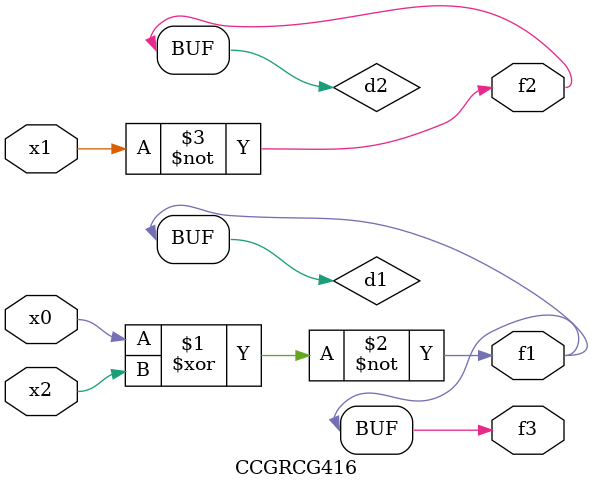
<source format=v>
module CCGRCG416(
	input x0, x1, x2,
	output f1, f2, f3
);

	wire d1, d2, d3;

	xnor (d1, x0, x2);
	nand (d2, x1);
	nor (d3, x1, x2);
	assign f1 = d1;
	assign f2 = d2;
	assign f3 = d1;
endmodule

</source>
